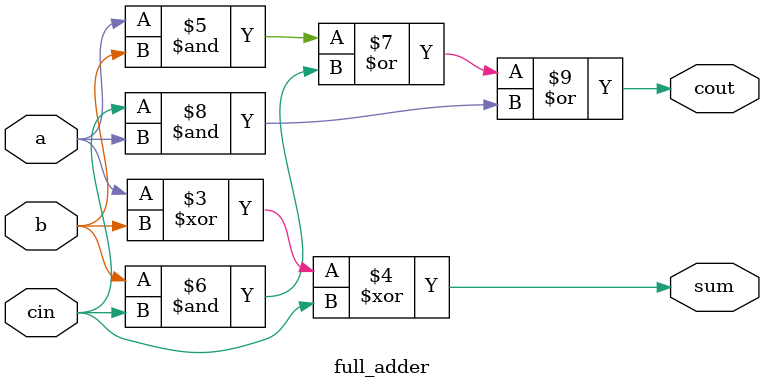
<source format=v>
`timescale 1ns / 1ps

module four_bit_subtractor_tb;

    // Inputs
    reg a3, a2, a1, a0;
    reg b3, b2, b1, b0;
    reg bin;

    // Outputs
    wire diff3, diff2, diff1, diff0;
    wire bout;

    // Instantiate the Unit Under Test (UUT)
    four_bit_subtractor_using_adder uut (
        .a3(a3), .a2(a2), .a1(a1), .a0(a0),
        .b3(b3), .b2(b2), .b1(b1), .b0(b0),
        .bin(bin),
        .diff3(diff3), .diff2(diff2), .diff1(diff1), .diff0(diff0),
        .bout(bout)
    );

    integer i, j;
    reg [4:0] expected_diff;

    initial begin
        // Initialize Inputs
        {a3, a2, a1, a0} = 4'b0000;
        {b3, b2, b1, b0} = 4'b0000;
        bin = 0;

        // Wait 100 ns for global reset to finish
        #100;

        // Add stimulus here
        for (i = 0; i < 16; i = i + 1) begin
            for (j = 0; j < 16; j = j + 1) begin
                {a3, a2, a1, a0} = i[3:0];
                {b3, b2, b1, b0} = j[3:0];
                bin = 0;
                #10; // Wait for 10 ns
                
                expected_diff = {1'b0, a3, a2, a1, a0} - {1'b0, b3, b2, b1, b0} - bin;
                if ({bout, diff3, diff2, diff1, diff0} !== expected_diff[4:0]) begin
                    $display("Error: a=%b, b=%b, bin=%b, diff=%b, bout=%b (expected diff=%b)", 
                             {a3, a2, a1, a0}, {b3, b2, b1, b0}, bin, 
                             {diff3, diff2, diff1, diff0}, bout, expected_diff[3:0]);
                end else begin
                    $display("Correct: a=%b, b=%b, bin=%b, diff=%b, bout=%b", 
                             {a3, a2, a1, a0}, {b3, b2, b1, b0}, bin, 
                             {diff3, diff2, diff1, diff0}, bout);
                end

                // Test with borrow in
                bin = 1;
                #10; // Wait for 10 ns
                
                expected_diff = {1'b0, a3, a2, a1, a0} - {1'b0, b3, b2, b1, b0} - bin;
                if ({bout, diff3, diff2, diff1, diff0} !== expected_diff[4:0]) begin
                    $display("Error: a=%b, b=%b, bin=%b, diff=%b, bout=%b (expected diff=%b)", 
                             {a3, a2, a1, a0}, {b3, b2, b1, b0}, bin, 
                             {diff3, diff2, diff1, diff0}, bout, expected_diff[3:0]);
                end else begin
                    $display("Correct: a=%b, b=%b, bin=%b, diff=%b, bout=%b", 
                             {a3, a2, a1, a0}, {b3, b2, b1, b0}, bin, 
                             {diff3, diff2, diff1, diff0}, bout);
                end
            end
        end
        
        $finish;
    end
      
endmodule


// 4-bit subtractor using an adder and 1's complement logic
module four_bit_subtractor_using_adder(
    input a3, a2, a1, a0,
    input b3, b2, b1, b0,
    input bin,
    output diff3, diff2, diff1, diff0,
    output bout
);

    wire [3:0] B_complement;
    wire [3:0] sum;
    wire carry_out;
    wire end_around_carry;

    // 1's complement of B
    assign B_complement = {b3, b2, b1, b0} ^ 4'b1111;

    // 4-bit adder
    four_bit_adder adder (
        .a({a3, a2, a1, a0}),
        .b(B_complement),
        .cin(bin),
        .sum(sum),
        .cout(carry_out)
    );

    // End-around carry adjustment: if there's a carry-out, add it back to the LSB
    assign {diff3, diff2, diff1, diff0} = sum + carry_out;
    assign bout = carry_out;  // Final borrow out is the carry out from the adder

endmodule


// 4-bit Adder Module
module four_bit_adder(
    input [3:0] a,
    input [3:0] b,
    input cin,
    output [3:0] sum,
    output cout
);
    wire c1, c2, c3;

    // Instantiate four 1-bit adders
    full_adder fa0(
        .a(a[0]),
        .b(b[0]),
        .cin(cin),
        .sum(sum[0]),
        .cout(c1)
    );

    full_adder fa1(
        .a(a[1]),
        .b(b[1]),
        .cin(c1),
        .sum(sum[1]),
        .cout(c2)
    );

    full_adder fa2(
        .a(a[2]),
        .b(b[2]),
        .cin(c2),
        .sum(sum[2]),
        .cout(c3)
    );

    full_adder fa3(
        .a(a[3]),
        .b(b[3]),
        .cin(c3),
        .sum(sum[3]),
        .cout(cout)
    );

endmodule


// Full Adder Module
module full_adder(
    input a,
    input b,
    input cin,
    output sum,
    output cout
);

    assign sum = a ^ b ^ cin;
    assign cout = (a & b) | (b & cin) | (cin & a);

endmodule
</source>
